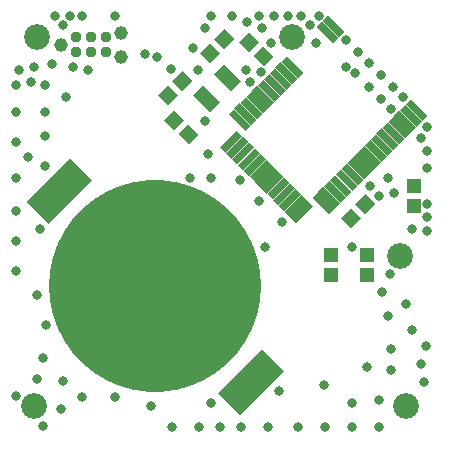
<source format=gts>
G75*
%MOIN*%
%OFA0B0*%
%FSLAX25Y25*%
%IPPOS*%
%LPD*%
%AMOC8*
5,1,8,0,0,1.08239X$1,22.5*
%
%ADD10C,0.08600*%
%ADD11C,0.03700*%
%ADD12C,0.04600*%
%ADD13R,0.07883X0.02569*%
%ADD14R,0.02569X0.07883*%
%ADD15R,0.04931X0.04537*%
%ADD16R,0.04931X0.08080*%
%ADD17R,0.04537X0.04931*%
%ADD18C,0.70679*%
%ADD19R,0.10443X0.20679*%
%ADD20C,0.03300*%
D10*
X0026558Y0025840D03*
X0148558Y0075840D03*
X0150558Y0025840D03*
X0112558Y0148840D03*
X0027558Y0148840D03*
D11*
X0040558Y0148840D03*
X0040558Y0143840D03*
X0045558Y0143840D03*
X0050558Y0143840D03*
X0050558Y0148840D03*
X0045558Y0148840D03*
D12*
X0035558Y0146340D03*
X0055558Y0142340D03*
X0055558Y0150340D03*
D13*
G36*
X0096972Y0117522D02*
X0091400Y0123094D01*
X0093216Y0124910D01*
X0098788Y0119338D01*
X0096972Y0117522D01*
G37*
G36*
X0098921Y0119470D02*
X0093349Y0125042D01*
X0095165Y0126858D01*
X0100737Y0121286D01*
X0098921Y0119470D01*
G37*
G36*
X0100870Y0121419D02*
X0095298Y0126991D01*
X0097114Y0128807D01*
X0102686Y0123235D01*
X0100870Y0121419D01*
G37*
G36*
X0102819Y0123368D02*
X0097247Y0128940D01*
X0099063Y0130756D01*
X0104635Y0125184D01*
X0102819Y0123368D01*
G37*
G36*
X0104767Y0125316D02*
X0099195Y0130888D01*
X0101011Y0132704D01*
X0106583Y0127132D01*
X0104767Y0125316D01*
G37*
G36*
X0106716Y0127265D02*
X0101144Y0132837D01*
X0102960Y0134653D01*
X0108532Y0129081D01*
X0106716Y0127265D01*
G37*
G36*
X0108665Y0129214D02*
X0103093Y0134786D01*
X0104909Y0136602D01*
X0110481Y0131030D01*
X0108665Y0129214D01*
G37*
G36*
X0110613Y0131163D02*
X0105041Y0136735D01*
X0106857Y0138551D01*
X0112429Y0132979D01*
X0110613Y0131163D01*
G37*
G36*
X0112562Y0133111D02*
X0106990Y0138683D01*
X0108806Y0140499D01*
X0114378Y0134927D01*
X0112562Y0133111D01*
G37*
G36*
X0114511Y0135060D02*
X0108939Y0140632D01*
X0110755Y0142448D01*
X0116327Y0136876D01*
X0114511Y0135060D01*
G37*
G36*
X0126203Y0146752D02*
X0120631Y0152324D01*
X0122447Y0154140D01*
X0128019Y0148568D01*
X0126203Y0146752D01*
G37*
G36*
X0128152Y0148701D02*
X0122580Y0154273D01*
X0124396Y0156089D01*
X0129968Y0150517D01*
X0128152Y0148701D01*
G37*
G36*
X0155991Y0120862D02*
X0150419Y0126434D01*
X0152235Y0128250D01*
X0157807Y0122678D01*
X0155991Y0120862D01*
G37*
G36*
X0154042Y0118914D02*
X0148470Y0124486D01*
X0150286Y0126302D01*
X0155858Y0120730D01*
X0154042Y0118914D01*
G37*
G36*
X0152093Y0116965D02*
X0146521Y0122537D01*
X0148337Y0124353D01*
X0153909Y0118781D01*
X0152093Y0116965D01*
G37*
G36*
X0150145Y0115016D02*
X0144573Y0120588D01*
X0146389Y0122404D01*
X0151961Y0116832D01*
X0150145Y0115016D01*
G37*
G36*
X0148196Y0113067D02*
X0142624Y0118639D01*
X0144440Y0120455D01*
X0150012Y0114883D01*
X0148196Y0113067D01*
G37*
G36*
X0146247Y0111119D02*
X0140675Y0116691D01*
X0142491Y0118507D01*
X0148063Y0112935D01*
X0146247Y0111119D01*
G37*
G36*
X0144298Y0109170D02*
X0138726Y0114742D01*
X0140542Y0116558D01*
X0146114Y0110986D01*
X0144298Y0109170D01*
G37*
G36*
X0142350Y0107221D02*
X0136778Y0112793D01*
X0138594Y0114609D01*
X0144166Y0109037D01*
X0142350Y0107221D01*
G37*
G36*
X0140401Y0105273D02*
X0134829Y0110845D01*
X0136645Y0112661D01*
X0142217Y0107089D01*
X0140401Y0105273D01*
G37*
G36*
X0138452Y0103324D02*
X0132880Y0108896D01*
X0134696Y0110712D01*
X0140268Y0105140D01*
X0138452Y0103324D01*
G37*
G36*
X0136504Y0101375D02*
X0130932Y0106947D01*
X0132748Y0108763D01*
X0138320Y0103191D01*
X0136504Y0101375D01*
G37*
G36*
X0134555Y0099426D02*
X0128983Y0104998D01*
X0130799Y0106814D01*
X0136371Y0101242D01*
X0134555Y0099426D01*
G37*
G36*
X0132606Y0097478D02*
X0127034Y0103050D01*
X0128850Y0104866D01*
X0134422Y0099294D01*
X0132606Y0097478D01*
G37*
G36*
X0130657Y0095529D02*
X0125085Y0101101D01*
X0126901Y0102917D01*
X0132473Y0097345D01*
X0130657Y0095529D01*
G37*
G36*
X0128709Y0093580D02*
X0123137Y0099152D01*
X0124953Y0100968D01*
X0130525Y0095396D01*
X0128709Y0093580D01*
G37*
G36*
X0126760Y0091631D02*
X0121188Y0097203D01*
X0123004Y0099019D01*
X0128576Y0093447D01*
X0126760Y0091631D01*
G37*
G36*
X0124811Y0089683D02*
X0119239Y0095255D01*
X0121055Y0097071D01*
X0126627Y0091499D01*
X0124811Y0089683D01*
G37*
D14*
G36*
X0113817Y0086899D02*
X0112001Y0088715D01*
X0117573Y0094287D01*
X0119389Y0092471D01*
X0113817Y0086899D01*
G37*
G36*
X0111868Y0088848D02*
X0110052Y0090664D01*
X0115624Y0096236D01*
X0117440Y0094420D01*
X0111868Y0088848D01*
G37*
G36*
X0109920Y0090796D02*
X0108104Y0092612D01*
X0113676Y0098184D01*
X0115492Y0096368D01*
X0109920Y0090796D01*
G37*
G36*
X0107971Y0092745D02*
X0106155Y0094561D01*
X0111727Y0100133D01*
X0113543Y0098317D01*
X0107971Y0092745D01*
G37*
G36*
X0106022Y0094694D02*
X0104206Y0096510D01*
X0109778Y0102082D01*
X0111594Y0100266D01*
X0106022Y0094694D01*
G37*
G36*
X0104074Y0096642D02*
X0102258Y0098458D01*
X0107830Y0104030D01*
X0109646Y0102214D01*
X0104074Y0096642D01*
G37*
G36*
X0102125Y0098591D02*
X0100309Y0100407D01*
X0105881Y0105979D01*
X0107697Y0104163D01*
X0102125Y0098591D01*
G37*
G36*
X0100176Y0100540D02*
X0098360Y0102356D01*
X0103932Y0107928D01*
X0105748Y0106112D01*
X0100176Y0100540D01*
G37*
G36*
X0098227Y0102489D02*
X0096411Y0104305D01*
X0101983Y0109877D01*
X0103799Y0108061D01*
X0098227Y0102489D01*
G37*
G36*
X0096279Y0104437D02*
X0094463Y0106253D01*
X0100035Y0111825D01*
X0101851Y0110009D01*
X0096279Y0104437D01*
G37*
G36*
X0094330Y0106386D02*
X0092514Y0108202D01*
X0098086Y0113774D01*
X0099902Y0111958D01*
X0094330Y0106386D01*
G37*
G36*
X0092381Y0108335D02*
X0090565Y0110151D01*
X0096137Y0115723D01*
X0097953Y0113907D01*
X0092381Y0108335D01*
G37*
G36*
X0090433Y0110284D02*
X0088617Y0112100D01*
X0094189Y0117672D01*
X0096005Y0115856D01*
X0090433Y0110284D01*
G37*
D15*
G36*
X0077785Y0119820D02*
X0081270Y0116335D01*
X0078063Y0113128D01*
X0074578Y0116613D01*
X0077785Y0119820D01*
G37*
G36*
X0073053Y0124552D02*
X0076538Y0121067D01*
X0073331Y0117860D01*
X0069846Y0121345D01*
X0073053Y0124552D01*
G37*
G36*
X0067846Y0129335D02*
X0071331Y0132820D01*
X0074538Y0129613D01*
X0071053Y0126128D01*
X0067846Y0129335D01*
G37*
G36*
X0072578Y0134067D02*
X0076063Y0137552D01*
X0079270Y0134345D01*
X0075785Y0130860D01*
X0072578Y0134067D01*
G37*
G36*
X0088538Y0143613D02*
X0085053Y0140128D01*
X0081846Y0143335D01*
X0085331Y0146820D01*
X0088538Y0143613D01*
G37*
G36*
X0093270Y0148345D02*
X0089785Y0144860D01*
X0086578Y0148067D01*
X0090063Y0151552D01*
X0093270Y0148345D01*
G37*
G36*
X0098053Y0150552D02*
X0101538Y0147067D01*
X0098331Y0143860D01*
X0094846Y0147345D01*
X0098053Y0150552D01*
G37*
G36*
X0102785Y0145820D02*
X0106270Y0142335D01*
X0103063Y0139128D01*
X0099578Y0142613D01*
X0102785Y0145820D01*
G37*
G36*
X0140270Y0093345D02*
X0136785Y0089860D01*
X0133578Y0093067D01*
X0137063Y0096552D01*
X0140270Y0093345D01*
G37*
G36*
X0135538Y0088613D02*
X0132053Y0085128D01*
X0128846Y0088335D01*
X0132331Y0091820D01*
X0135538Y0088613D01*
G37*
D16*
G36*
X0086439Y0136433D02*
X0089925Y0139919D01*
X0095637Y0134207D01*
X0092151Y0130721D01*
X0086439Y0136433D01*
G37*
G36*
X0079479Y0129473D02*
X0082965Y0132959D01*
X0088677Y0127247D01*
X0085191Y0123761D01*
X0079479Y0129473D01*
G37*
D17*
X0125558Y0076187D03*
X0125558Y0069494D03*
X0137558Y0069494D03*
X0137558Y0076187D03*
X0153058Y0092494D03*
X0153058Y0099187D03*
D18*
X0066861Y0065694D02*
X0066863Y0065694D01*
X0066862Y0065693D01*
X0066861Y0065692D01*
X0066860Y0065693D01*
X0066859Y0065694D01*
X0066860Y0065695D01*
X0066861Y0065696D01*
X0066862Y0065695D01*
X0066863Y0065694D01*
D19*
G36*
X0095119Y0022816D02*
X0087735Y0030200D01*
X0102355Y0044820D01*
X0109739Y0037436D01*
X0095119Y0022816D01*
G37*
G36*
X0031368Y0086567D02*
X0023984Y0093951D01*
X0038604Y0108571D01*
X0045988Y0101187D01*
X0031368Y0086567D01*
G37*
D20*
X0028558Y0084840D03*
X0020558Y0080840D03*
X0020558Y0070840D03*
X0027558Y0062840D03*
X0030558Y0052840D03*
X0029558Y0041840D03*
X0027558Y0034840D03*
X0020558Y0029340D03*
X0029558Y0019340D03*
X0035558Y0024840D03*
X0042558Y0028840D03*
X0036058Y0034340D03*
X0053558Y0028840D03*
X0065558Y0025840D03*
X0072558Y0018840D03*
X0081558Y0018840D03*
X0088558Y0018840D03*
X0095558Y0018840D03*
X0104558Y0018840D03*
X0114558Y0018840D03*
X0123558Y0018840D03*
X0132558Y0018840D03*
X0132558Y0026840D03*
X0141558Y0027840D03*
X0141558Y0018840D03*
X0156558Y0033840D03*
X0155558Y0039840D03*
X0157058Y0045840D03*
X0152558Y0051340D03*
X0145558Y0044840D03*
X0145558Y0037840D03*
X0137558Y0038840D03*
X0123058Y0032840D03*
X0108058Y0030840D03*
X0085558Y0026840D03*
X0103558Y0078840D03*
X0109058Y0087340D03*
X0101558Y0094340D03*
X0095058Y0101340D03*
X0085558Y0101840D03*
X0078558Y0101840D03*
X0084558Y0109840D03*
X0083558Y0120840D03*
X0098558Y0133840D03*
X0097058Y0137840D03*
X0102058Y0137340D03*
X0105558Y0146840D03*
X0102558Y0151840D03*
X0101558Y0155840D03*
X0097558Y0153840D03*
X0092558Y0155840D03*
X0085558Y0155840D03*
X0083558Y0151840D03*
X0079558Y0145340D03*
X0081058Y0137840D03*
X0072058Y0138340D03*
X0067558Y0142340D03*
X0063558Y0143340D03*
X0053558Y0155840D03*
X0042558Y0155840D03*
X0038558Y0155840D03*
X0036058Y0152840D03*
X0033558Y0155840D03*
X0032558Y0139840D03*
X0026558Y0138840D03*
X0025558Y0133840D03*
X0021558Y0137840D03*
X0020558Y0132840D03*
X0020558Y0123840D03*
X0020558Y0113840D03*
X0024558Y0108840D03*
X0030058Y0105840D03*
X0030058Y0115840D03*
X0030058Y0123840D03*
X0037058Y0128840D03*
X0030058Y0132840D03*
X0039558Y0138840D03*
X0044558Y0137840D03*
X0020558Y0101840D03*
X0020558Y0090840D03*
X0106558Y0155840D03*
X0111058Y0155840D03*
X0115558Y0155840D03*
X0118558Y0152840D03*
X0121558Y0155840D03*
X0120558Y0146840D03*
X0130558Y0147840D03*
X0134558Y0143840D03*
X0138058Y0140340D03*
X0142058Y0136340D03*
X0146058Y0132340D03*
X0149558Y0128840D03*
X0145558Y0124840D03*
X0142058Y0128340D03*
X0138058Y0132340D03*
X0133558Y0136840D03*
X0130558Y0138840D03*
X0155558Y0115340D03*
X0157558Y0118840D03*
X0157558Y0110840D03*
X0157558Y0105340D03*
X0146558Y0096840D03*
X0141558Y0095840D03*
X0138558Y0099340D03*
X0144558Y0101840D03*
X0157558Y0093340D03*
X0157558Y0088840D03*
X0157558Y0084340D03*
X0152558Y0084840D03*
X0145058Y0069840D03*
X0142558Y0063840D03*
X0144558Y0055840D03*
X0150558Y0059840D03*
X0132558Y0078840D03*
M02*

</source>
